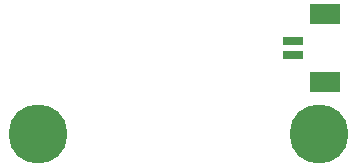
<source format=gbr>
%TF.GenerationSoftware,KiCad,Pcbnew,8.0.2-1*%
%TF.CreationDate,2024-11-11T18:57:46+10:00*%
%TF.ProjectId,ae_emblem_led_pcb,61655f65-6d62-46c6-956d-5f6c65645f70,rev?*%
%TF.SameCoordinates,Original*%
%TF.FileFunction,Soldermask,Bot*%
%TF.FilePolarity,Negative*%
%FSLAX46Y46*%
G04 Gerber Fmt 4.6, Leading zero omitted, Abs format (unit mm)*
G04 Created by KiCad (PCBNEW 8.0.2-1) date 2024-11-11 18:57:46*
%MOMM*%
%LPD*%
G01*
G04 APERTURE LIST*
%ADD10R,1.800000X0.700000*%
%ADD11R,2.500000X1.800000*%
%ADD12C,0.800000*%
%ADD13C,5.000000*%
G04 APERTURE END LIST*
D10*
%TO.C,J1*%
X154800001Y-74650000D03*
X154800001Y-75900000D03*
D11*
X157500000Y-72400000D03*
X157500000Y-78150000D03*
%TD*%
D12*
%TO.C,REF\u002A\u002A*%
X155100825Y-82600000D03*
X155650000Y-81274175D03*
X155650000Y-83925825D03*
X156975825Y-80725000D03*
D13*
X156975825Y-82600000D03*
D12*
X156975825Y-84475000D03*
X158301650Y-81274175D03*
X158301650Y-83925825D03*
X158850825Y-82600000D03*
%TD*%
%TO.C,REF\u002A\u002A*%
X131325000Y-82600000D03*
X131874175Y-81274175D03*
X131874175Y-83925825D03*
X133200000Y-80725000D03*
D13*
X133200000Y-82600000D03*
D12*
X133200000Y-84475000D03*
X134525825Y-81274175D03*
X134525825Y-83925825D03*
X135075000Y-82600000D03*
%TD*%
M02*

</source>
